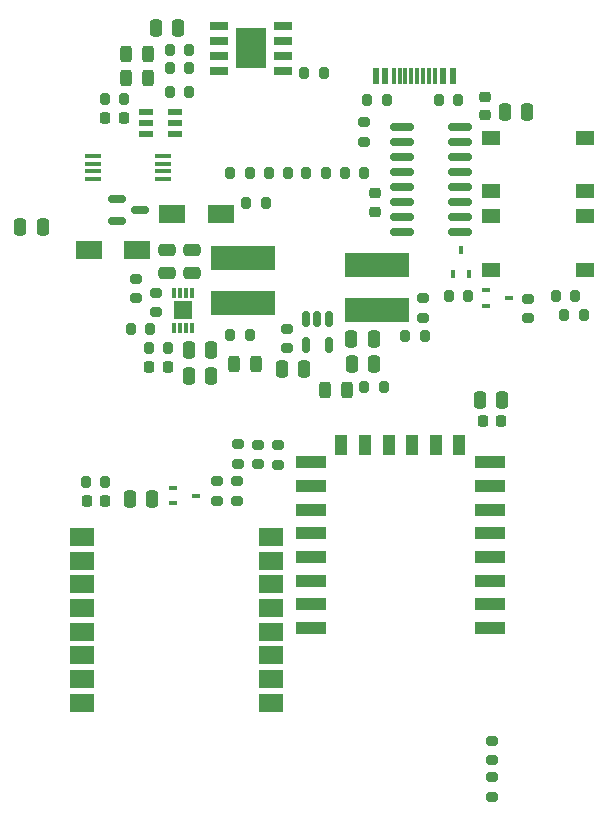
<source format=gtp>
G04 #@! TF.GenerationSoftware,KiCad,Pcbnew,(6.0.2)*
G04 #@! TF.CreationDate,2022-05-30T23:42:17+05:30*
G04 #@! TF.ProjectId,esp_lora_iot,6573705f-6c6f-4726-915f-696f742e6b69,rev?*
G04 #@! TF.SameCoordinates,Original*
G04 #@! TF.FileFunction,Paste,Top*
G04 #@! TF.FilePolarity,Positive*
%FSLAX46Y46*%
G04 Gerber Fmt 4.6, Leading zero omitted, Abs format (unit mm)*
G04 Created by KiCad (PCBNEW (6.0.2)) date 2022-05-30 23:42:17*
%MOMM*%
%LPD*%
G01*
G04 APERTURE LIST*
G04 Aperture macros list*
%AMRoundRect*
0 Rectangle with rounded corners*
0 $1 Rounding radius*
0 $2 $3 $4 $5 $6 $7 $8 $9 X,Y pos of 4 corners*
0 Add a 4 corners polygon primitive as box body*
4,1,4,$2,$3,$4,$5,$6,$7,$8,$9,$2,$3,0*
0 Add four circle primitives for the rounded corners*
1,1,$1+$1,$2,$3*
1,1,$1+$1,$4,$5*
1,1,$1+$1,$6,$7*
1,1,$1+$1,$8,$9*
0 Add four rect primitives between the rounded corners*
20,1,$1+$1,$2,$3,$4,$5,0*
20,1,$1+$1,$4,$5,$6,$7,0*
20,1,$1+$1,$6,$7,$8,$9,0*
20,1,$1+$1,$8,$9,$2,$3,0*%
G04 Aperture macros list end*
%ADD10RoundRect,0.225000X-0.225000X-0.250000X0.225000X-0.250000X0.225000X0.250000X-0.225000X0.250000X0*%
%ADD11R,2.500000X1.000000*%
%ADD12R,1.000000X1.800000*%
%ADD13RoundRect,0.200000X0.275000X-0.200000X0.275000X0.200000X-0.275000X0.200000X-0.275000X-0.200000X0*%
%ADD14RoundRect,0.225000X0.225000X0.250000X-0.225000X0.250000X-0.225000X-0.250000X0.225000X-0.250000X0*%
%ADD15R,0.300000X0.850000*%
%ADD16R,1.600000X1.500000*%
%ADD17RoundRect,0.200000X-0.200000X-0.275000X0.200000X-0.275000X0.200000X0.275000X-0.200000X0.275000X0*%
%ADD18RoundRect,0.200000X0.200000X0.275000X-0.200000X0.275000X-0.200000X-0.275000X0.200000X-0.275000X0*%
%ADD19RoundRect,0.225000X0.250000X-0.225000X0.250000X0.225000X-0.250000X0.225000X-0.250000X-0.225000X0*%
%ADD20R,2.250000X1.600000*%
%ADD21RoundRect,0.250000X0.250000X0.475000X-0.250000X0.475000X-0.250000X-0.475000X0.250000X-0.475000X0*%
%ADD22RoundRect,0.243750X-0.243750X-0.456250X0.243750X-0.456250X0.243750X0.456250X-0.243750X0.456250X0*%
%ADD23R,1.200000X0.600000*%
%ADD24RoundRect,0.150000X-0.150000X0.512500X-0.150000X-0.512500X0.150000X-0.512500X0.150000X0.512500X0*%
%ADD25RoundRect,0.200000X-0.275000X0.200000X-0.275000X-0.200000X0.275000X-0.200000X0.275000X0.200000X0*%
%ADD26R,0.600000X1.450000*%
%ADD27R,0.300000X1.450000*%
%ADD28RoundRect,0.150000X-0.587500X-0.150000X0.587500X-0.150000X0.587500X0.150000X-0.587500X0.150000X0*%
%ADD29RoundRect,0.243750X0.243750X0.456250X-0.243750X0.456250X-0.243750X-0.456250X0.243750X-0.456250X0*%
%ADD30RoundRect,0.250000X-0.250000X-0.475000X0.250000X-0.475000X0.250000X0.475000X-0.250000X0.475000X0*%
%ADD31R,2.000000X1.500000*%
%ADD32RoundRect,0.150000X-0.825000X-0.150000X0.825000X-0.150000X0.825000X0.150000X-0.825000X0.150000X0*%
%ADD33R,1.550000X1.300000*%
%ADD34RoundRect,0.250000X-0.475000X0.250000X-0.475000X-0.250000X0.475000X-0.250000X0.475000X0.250000X0*%
%ADD35R,1.525000X0.700000*%
%ADD36R,2.513000X3.402000*%
%ADD37R,5.500000X2.150000*%
%ADD38R,0.450000X0.700000*%
%ADD39R,0.700000X0.450000*%
%ADD40R,1.475000X0.450000*%
G04 APERTURE END LIST*
D10*
X60575000Y-96875000D03*
X62125000Y-96875000D03*
D11*
X89425000Y-118975000D03*
X89425000Y-116975000D03*
X89425000Y-114975000D03*
X89425000Y-112975000D03*
X89425000Y-110975000D03*
X89425000Y-108975000D03*
X89425000Y-106975000D03*
X89425000Y-104975000D03*
D12*
X86825000Y-103475000D03*
X84825000Y-103475000D03*
X82825000Y-103475000D03*
X80825000Y-103475000D03*
X78825000Y-103475000D03*
X76825000Y-103475000D03*
D11*
X74225000Y-104975000D03*
X74225000Y-106975000D03*
X74225000Y-108975000D03*
X74225000Y-110975000D03*
X74225000Y-112975000D03*
X74225000Y-114975000D03*
X74225000Y-116975000D03*
X74225000Y-118975000D03*
D13*
X59475000Y-91075000D03*
X59475000Y-89425000D03*
D14*
X56800000Y-108225000D03*
X55250000Y-108225000D03*
D15*
X64175000Y-90650000D03*
X63675000Y-90650000D03*
X63175000Y-90650000D03*
X62675000Y-90650000D03*
X62675000Y-93550000D03*
X63175000Y-93550000D03*
X63675000Y-93550000D03*
X64175000Y-93550000D03*
D16*
X63425000Y-92100000D03*
D17*
X73850000Y-80500000D03*
X75500000Y-80500000D03*
D18*
X72325000Y-80500000D03*
X70675000Y-80500000D03*
D19*
X89000000Y-75550000D03*
X89000000Y-74000000D03*
D20*
X62500000Y-83900000D03*
X66600000Y-83900000D03*
D17*
X95675000Y-92525000D03*
X97325000Y-92525000D03*
D20*
X59550000Y-87000000D03*
X55450000Y-87000000D03*
D13*
X72225000Y-95300000D03*
X72225000Y-93650000D03*
D21*
X73700000Y-97075000D03*
X71800000Y-97075000D03*
D22*
X75412500Y-98800000D03*
X77287500Y-98800000D03*
D23*
X62750000Y-77200000D03*
X62750000Y-76250000D03*
X62750000Y-75300000D03*
X60250000Y-75300000D03*
X60250000Y-76250000D03*
X60250000Y-77200000D03*
D18*
X63950000Y-71600000D03*
X62300000Y-71600000D03*
D24*
X75750000Y-92787500D03*
X74800000Y-92787500D03*
X73850000Y-92787500D03*
X73850000Y-95062500D03*
X75750000Y-95062500D03*
D18*
X75325000Y-72000000D03*
X73675000Y-72000000D03*
D25*
X61125000Y-90600000D03*
X61125000Y-92250000D03*
D26*
X86250000Y-72232500D03*
X85450000Y-72232500D03*
D27*
X84250000Y-72232500D03*
X83250000Y-72232500D03*
X82750000Y-72232500D03*
X81750000Y-72232500D03*
D26*
X79750000Y-72232500D03*
X80550000Y-72232500D03*
D27*
X81250000Y-72232500D03*
X82250000Y-72232500D03*
X83750000Y-72232500D03*
X84750000Y-72232500D03*
D17*
X67425000Y-80500000D03*
X69075000Y-80500000D03*
D28*
X57862500Y-82650000D03*
X57862500Y-84550000D03*
X59737500Y-83600000D03*
D29*
X60437500Y-72425000D03*
X58562500Y-72425000D03*
D21*
X79600000Y-96650000D03*
X77700000Y-96650000D03*
D13*
X83775000Y-92725000D03*
X83775000Y-91075000D03*
D18*
X60625000Y-93650000D03*
X58975000Y-93650000D03*
D30*
X63925000Y-97675000D03*
X65825000Y-97675000D03*
D19*
X79650000Y-83750000D03*
X79650000Y-82200000D03*
D17*
X94975000Y-90875000D03*
X96625000Y-90875000D03*
D31*
X54850000Y-111300000D03*
X54850000Y-113300000D03*
X54850000Y-115300000D03*
X54850000Y-117300000D03*
X54850000Y-119300000D03*
X54850000Y-121300000D03*
X54850000Y-123300000D03*
X54850000Y-125300000D03*
X70850000Y-125300000D03*
X70850000Y-123300000D03*
X70850000Y-121300000D03*
X70850000Y-119300000D03*
X70850000Y-117300000D03*
X70850000Y-115300000D03*
X70850000Y-113300000D03*
X70850000Y-111300000D03*
D17*
X60525000Y-95250000D03*
X62175000Y-95250000D03*
D21*
X90425000Y-99650000D03*
X88525000Y-99650000D03*
D30*
X49650000Y-85000000D03*
X51550000Y-85000000D03*
D32*
X81925000Y-76580000D03*
X81925000Y-77850000D03*
X81925000Y-79120000D03*
X81925000Y-80390000D03*
X81925000Y-81660000D03*
X81925000Y-82930000D03*
X81925000Y-84200000D03*
X81925000Y-85470000D03*
X86875000Y-85470000D03*
X86875000Y-84200000D03*
X86875000Y-82930000D03*
X86875000Y-81660000D03*
X86875000Y-80390000D03*
X86875000Y-79120000D03*
X86875000Y-77850000D03*
X86875000Y-76580000D03*
D18*
X87575000Y-90920000D03*
X85925000Y-90920000D03*
D17*
X68775000Y-83000000D03*
X70425000Y-83000000D03*
D13*
X69725000Y-105125000D03*
X69725000Y-103475000D03*
D21*
X63025000Y-68175000D03*
X61125000Y-68175000D03*
D33*
X97475000Y-84150000D03*
X89525000Y-84150000D03*
X97475000Y-88650000D03*
X89525000Y-88650000D03*
D14*
X90375000Y-101450000D03*
X88825000Y-101450000D03*
D25*
X68050000Y-103450000D03*
X68050000Y-105100000D03*
D30*
X90675000Y-75300000D03*
X92575000Y-75300000D03*
D25*
X89575000Y-128550000D03*
X89575000Y-130200000D03*
D18*
X63950000Y-70025000D03*
X62300000Y-70025000D03*
D34*
X64150000Y-87000000D03*
X64150000Y-88900000D03*
D17*
X82250000Y-94275000D03*
X83900000Y-94275000D03*
D13*
X66325000Y-108225000D03*
X66325000Y-106575000D03*
D35*
X71912000Y-71805000D03*
X71912000Y-70535000D03*
X71912000Y-69265000D03*
X71912000Y-67995000D03*
X66488000Y-67995000D03*
X66488000Y-69265000D03*
X66488000Y-70535000D03*
X66488000Y-71805000D03*
D36*
X69200000Y-69900000D03*
D13*
X89550000Y-133275000D03*
X89550000Y-131625000D03*
X71425000Y-105150000D03*
X71425000Y-103500000D03*
D37*
X79800000Y-88225000D03*
X79800000Y-92075000D03*
D18*
X80425000Y-98575000D03*
X78775000Y-98575000D03*
D25*
X78750000Y-76175000D03*
X78750000Y-77825000D03*
D18*
X58450000Y-74225000D03*
X56800000Y-74225000D03*
D17*
X85050000Y-74250000D03*
X86700000Y-74250000D03*
D38*
X86300000Y-89000000D03*
X87600000Y-89000000D03*
X86950000Y-87000000D03*
D29*
X60462500Y-70350000D03*
X58587500Y-70350000D03*
D39*
X89050000Y-90400000D03*
X89050000Y-91700000D03*
X91050000Y-91050000D03*
D34*
X62050000Y-87000000D03*
X62050000Y-88900000D03*
D22*
X67712500Y-96600000D03*
X69587500Y-96600000D03*
D18*
X56850000Y-106600000D03*
X55200000Y-106600000D03*
D40*
X55812000Y-79025000D03*
X55812000Y-79675000D03*
X55812000Y-80325000D03*
X55812000Y-80975000D03*
X61688000Y-80975000D03*
X61688000Y-80325000D03*
X61688000Y-79675000D03*
X61688000Y-79025000D03*
D25*
X67950000Y-106550000D03*
X67950000Y-108200000D03*
D33*
X89525000Y-77525000D03*
X97475000Y-77525000D03*
X97475000Y-82025000D03*
X89525000Y-82025000D03*
D30*
X63925000Y-95450000D03*
X65825000Y-95450000D03*
D13*
X92650000Y-92750000D03*
X92650000Y-91100000D03*
D17*
X67400000Y-94225000D03*
X69050000Y-94225000D03*
D18*
X78750000Y-80500000D03*
X77100000Y-80500000D03*
D14*
X58400000Y-75775000D03*
X56850000Y-75775000D03*
D21*
X79575000Y-94550000D03*
X77675000Y-94550000D03*
D37*
X68500000Y-87625000D03*
X68500000Y-91475000D03*
D17*
X62275000Y-73600000D03*
X63925000Y-73600000D03*
D39*
X62550000Y-107125000D03*
X62550000Y-108425000D03*
X64550000Y-107775000D03*
D18*
X80650000Y-74250000D03*
X79000000Y-74250000D03*
D30*
X58925000Y-108100000D03*
X60825000Y-108100000D03*
M02*

</source>
